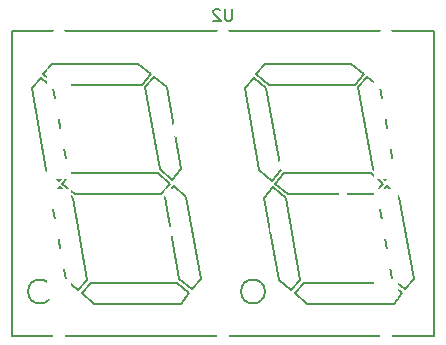
<source format=gbr>
G04 #@! TF.FileFunction,Legend,Bot*
%FSLAX46Y46*%
G04 Gerber Fmt 4.6, Leading zero omitted, Abs format (unit mm)*
G04 Created by KiCad (PCBNEW (2015-06-05 BZR 5717)-product) date Tue Jul 14 22:13:53 2015*
%MOMM*%
G01*
G04 APERTURE LIST*
%ADD10C,0.100000*%
%ADD11C,0.150000*%
%ADD12R,1.400000X1.400000*%
%ADD13C,1.400000*%
%ADD14R,2.032000X1.778000*%
%ADD15C,0.889000*%
%ADD16C,1.143000*%
G04 APERTURE END LIST*
D10*
D11*
X155393607Y-84582000D02*
X148082464Y-84582000D01*
X148082464Y-84582000D02*
X147336505Y-85471000D01*
X147336505Y-85471000D02*
X148395974Y-86360000D01*
X148395974Y-86360000D02*
X155707117Y-86360000D01*
X155707117Y-86360000D02*
X156453076Y-85471000D01*
X156453076Y-85471000D02*
X155393607Y-84582000D01*
X146395365Y-86693585D02*
X147615504Y-93613337D01*
X147615504Y-93613337D02*
X148674973Y-94502337D01*
X148674973Y-94502337D02*
X149420933Y-93613337D01*
X149420933Y-93613337D02*
X148200794Y-86693585D01*
X148200794Y-86693585D02*
X147141325Y-85804585D01*
X147141325Y-85804585D02*
X146395365Y-86693585D01*
X148030093Y-95964585D02*
X149250232Y-102884337D01*
X149250232Y-102884337D02*
X150309701Y-103773337D01*
X150309701Y-103773337D02*
X151055660Y-102884337D01*
X151055660Y-102884337D02*
X149835521Y-95964585D01*
X149835521Y-95964585D02*
X148776052Y-95075585D01*
X148776052Y-95075585D02*
X148030093Y-95964585D01*
X158663062Y-103124000D02*
X151351919Y-103124000D01*
X151351919Y-103124000D02*
X150605960Y-104013000D01*
X150605960Y-104013000D02*
X151665429Y-104902000D01*
X151665429Y-104902000D02*
X158976571Y-104902000D01*
X158976571Y-104902000D02*
X159722531Y-104013000D01*
X159722531Y-104013000D02*
X158663062Y-103124000D01*
X157638103Y-95870663D02*
X158858242Y-102790415D01*
X158858242Y-102790415D02*
X159917711Y-103679415D01*
X159917711Y-103679415D02*
X160663671Y-102790415D01*
X160663671Y-102790415D02*
X159443532Y-95870663D01*
X159443532Y-95870663D02*
X158384063Y-94981663D01*
X158384063Y-94981663D02*
X157638103Y-95870663D01*
X156003376Y-86599663D02*
X157223515Y-93519415D01*
X157223515Y-93519415D02*
X158282984Y-94408415D01*
X158282984Y-94408415D02*
X159028943Y-93519415D01*
X159028943Y-93519415D02*
X157808804Y-86599663D01*
X157808804Y-86599663D02*
X156749335Y-85710663D01*
X156749335Y-85710663D02*
X156003376Y-86599663D01*
X157028335Y-93853000D02*
X149717192Y-93853000D01*
X149717192Y-93853000D02*
X148971232Y-94742000D01*
X148971232Y-94742000D02*
X150030701Y-95631000D01*
X150030701Y-95631000D02*
X157341844Y-95631000D01*
X157341844Y-95631000D02*
X158087804Y-94742000D01*
X158087804Y-94742000D02*
X157028335Y-93853000D01*
X148082000Y-103886000D02*
G75*
G03X148082000Y-103886000I-1016000J0D01*
G01*
X137359607Y-84582000D02*
X130048464Y-84582000D01*
X130048464Y-84582000D02*
X129302505Y-85471000D01*
X129302505Y-85471000D02*
X130361974Y-86360000D01*
X130361974Y-86360000D02*
X137673117Y-86360000D01*
X137673117Y-86360000D02*
X138419076Y-85471000D01*
X138419076Y-85471000D02*
X137359607Y-84582000D01*
X128361365Y-86693585D02*
X129581504Y-93613337D01*
X129581504Y-93613337D02*
X130640973Y-94502337D01*
X130640973Y-94502337D02*
X131386933Y-93613337D01*
X131386933Y-93613337D02*
X130166794Y-86693585D01*
X130166794Y-86693585D02*
X129107325Y-85804585D01*
X129107325Y-85804585D02*
X128361365Y-86693585D01*
X129996093Y-95964585D02*
X131216232Y-102884337D01*
X131216232Y-102884337D02*
X132275701Y-103773337D01*
X132275701Y-103773337D02*
X133021660Y-102884337D01*
X133021660Y-102884337D02*
X131801521Y-95964585D01*
X131801521Y-95964585D02*
X130742052Y-95075585D01*
X130742052Y-95075585D02*
X129996093Y-95964585D01*
X140629062Y-103124000D02*
X133317919Y-103124000D01*
X133317919Y-103124000D02*
X132571960Y-104013000D01*
X132571960Y-104013000D02*
X133631429Y-104902000D01*
X133631429Y-104902000D02*
X140942571Y-104902000D01*
X140942571Y-104902000D02*
X141688531Y-104013000D01*
X141688531Y-104013000D02*
X140629062Y-103124000D01*
X139604103Y-95870663D02*
X140824242Y-102790415D01*
X140824242Y-102790415D02*
X141883711Y-103679415D01*
X141883711Y-103679415D02*
X142629671Y-102790415D01*
X142629671Y-102790415D02*
X141409532Y-95870663D01*
X141409532Y-95870663D02*
X140350063Y-94981663D01*
X140350063Y-94981663D02*
X139604103Y-95870663D01*
X137969376Y-86599663D02*
X139189515Y-93519415D01*
X139189515Y-93519415D02*
X140248984Y-94408415D01*
X140248984Y-94408415D02*
X140994943Y-93519415D01*
X140994943Y-93519415D02*
X139774804Y-86599663D01*
X139774804Y-86599663D02*
X138715335Y-85710663D01*
X138715335Y-85710663D02*
X137969376Y-86599663D01*
X138994335Y-93853000D02*
X131683192Y-93853000D01*
X131683192Y-93853000D02*
X130937232Y-94742000D01*
X130937232Y-94742000D02*
X131996701Y-95631000D01*
X131996701Y-95631000D02*
X139307844Y-95631000D01*
X139307844Y-95631000D02*
X140053804Y-94742000D01*
X140053804Y-94742000D02*
X138994335Y-93853000D01*
X130048000Y-103886000D02*
G75*
G03X130048000Y-103886000I-1016000J0D01*
G01*
X162426000Y-107642000D02*
X162426000Y-81842000D01*
X126626000Y-107642000D02*
X162426000Y-107642000D01*
X126626000Y-81842000D02*
X126626000Y-107642000D01*
X162426000Y-81842000D02*
X126626000Y-81842000D01*
X145287905Y-79970381D02*
X145287905Y-80779905D01*
X145240286Y-80875143D01*
X145192667Y-80922762D01*
X145097429Y-80970381D01*
X144906952Y-80970381D01*
X144811714Y-80922762D01*
X144764095Y-80875143D01*
X144716476Y-80779905D01*
X144716476Y-79970381D01*
X144287905Y-80065619D02*
X144240286Y-80018000D01*
X144145048Y-79970381D01*
X143906952Y-79970381D01*
X143811714Y-80018000D01*
X143764095Y-80065619D01*
X143716476Y-80160857D01*
X143716476Y-80256095D01*
X143764095Y-80398952D01*
X144335524Y-80970381D01*
X143716476Y-80970381D01*
%LPC*%
D12*
X154686000Y-105742000D03*
D13*
X152146000Y-105742000D03*
X149606000Y-105742000D03*
X147066000Y-105742000D03*
X144526000Y-105742000D03*
X141986000Y-105742000D03*
X139446000Y-105742000D03*
X136906000Y-105742000D03*
X134366000Y-105742000D03*
X134366000Y-83742000D03*
X136906000Y-83742000D03*
X139446000Y-83742000D03*
X141986000Y-83742000D03*
X144526000Y-83742000D03*
X147066000Y-83742000D03*
X149606000Y-83742000D03*
X152146000Y-83742000D03*
X154686000Y-83742000D03*
D14*
X130683000Y-85852000D03*
X130683000Y-88392000D03*
X130683000Y-90932000D03*
X130683000Y-93472000D03*
X130683000Y-96012000D03*
X130683000Y-98552000D03*
X130683000Y-101092000D03*
X130683000Y-103632000D03*
X158369000Y-103632000D03*
X158369000Y-101092000D03*
X158369000Y-98552000D03*
X158369000Y-96012000D03*
X158369000Y-93472000D03*
X158369000Y-90932000D03*
X158369000Y-88392000D03*
X158369000Y-85852000D03*
D15*
X151003000Y-99314000D03*
D16*
X151003000Y-89916000D03*
X154940000Y-87376000D03*
X145288000Y-101092000D03*
X140589000Y-90170000D03*
X140970000Y-88646000D03*
X158369000Y-82042000D03*
X144526000Y-82042000D03*
X130683000Y-82042000D03*
X130683000Y-107442000D03*
X144526000Y-107442000D03*
X158369000Y-107442000D03*
D15*
X149618230Y-93205770D03*
X143710052Y-94033948D03*
X144843520Y-102743000D03*
X156210000Y-105409990D03*
X143764000Y-95249998D03*
X141478006Y-100330000D03*
X139954000Y-95504000D03*
X137922000Y-99060000D03*
X139954000Y-98806000D03*
X148970996Y-98679000D03*
X152273000Y-98425000D03*
X153162010Y-97409000D03*
X155956000Y-98298000D03*
X155575000Y-96900996D03*
X154715819Y-95855181D03*
X144526000Y-91186000D03*
X145542000Y-90424000D03*
M02*

</source>
